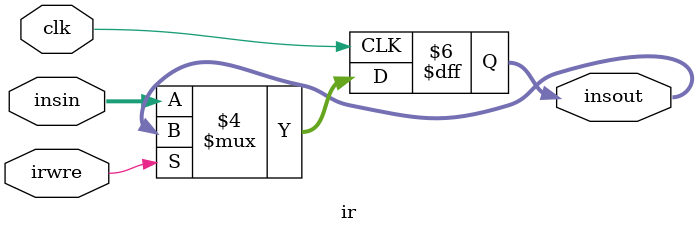
<source format=v>
`timescale 1ns / 1ps


module ir(
input clk,
input irwre,
input [31:0]insin,
output reg [31:0]insout
    );
    always @(negedge clk)begin
    if(irwre==0) insout<=insin;
    else insout<=insout;
    end
endmodule

</source>
